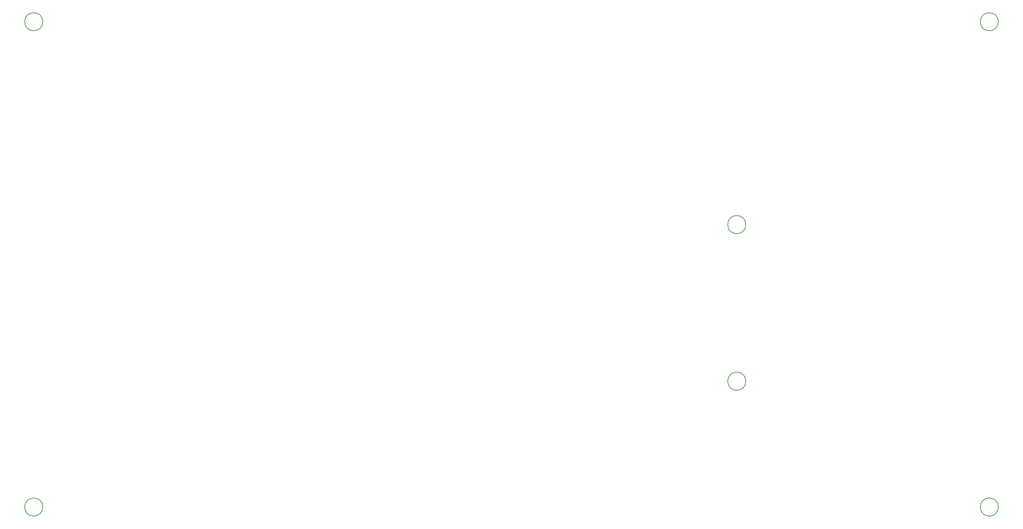
<source format=gbr>
%TF.GenerationSoftware,KiCad,Pcbnew,7.0.5*%
%TF.CreationDate,2023-06-22T07:54:55+00:00*%
%TF.ProjectId,Entry-right,456e7472-792d-4726-9967-68742e6b6963,rev?*%
%TF.SameCoordinates,Original*%
%TF.FileFunction,Other,Comment*%
%FSLAX46Y46*%
G04 Gerber Fmt 4.6, Leading zero omitted, Abs format (unit mm)*
G04 Created by KiCad (PCBNEW 7.0.5) date 2023-06-22 07:54:55*
%MOMM*%
%LPD*%
G01*
G04 APERTURE LIST*
%ADD10C,0.150000*%
G04 APERTURE END LIST*
D10*
%TO.C,REF\u002A\u002A*%
X34450000Y-146185000D02*
G75*
G03*
X34450000Y-146185000I-2200000J0D01*
G01*
X266812500Y-146185000D02*
G75*
G03*
X266812500Y-146185000I-2200000J0D01*
G01*
X205400000Y-115570000D02*
G75*
G03*
X205400000Y-115570000I-2200000J0D01*
G01*
X205400000Y-77470000D02*
G75*
G03*
X205400000Y-77470000I-2200000J0D01*
G01*
X34450000Y-28122500D02*
G75*
G03*
X34450000Y-28122500I-2200000J0D01*
G01*
X266812500Y-28122500D02*
G75*
G03*
X266812500Y-28122500I-2200000J0D01*
G01*
%TD*%
M02*

</source>
